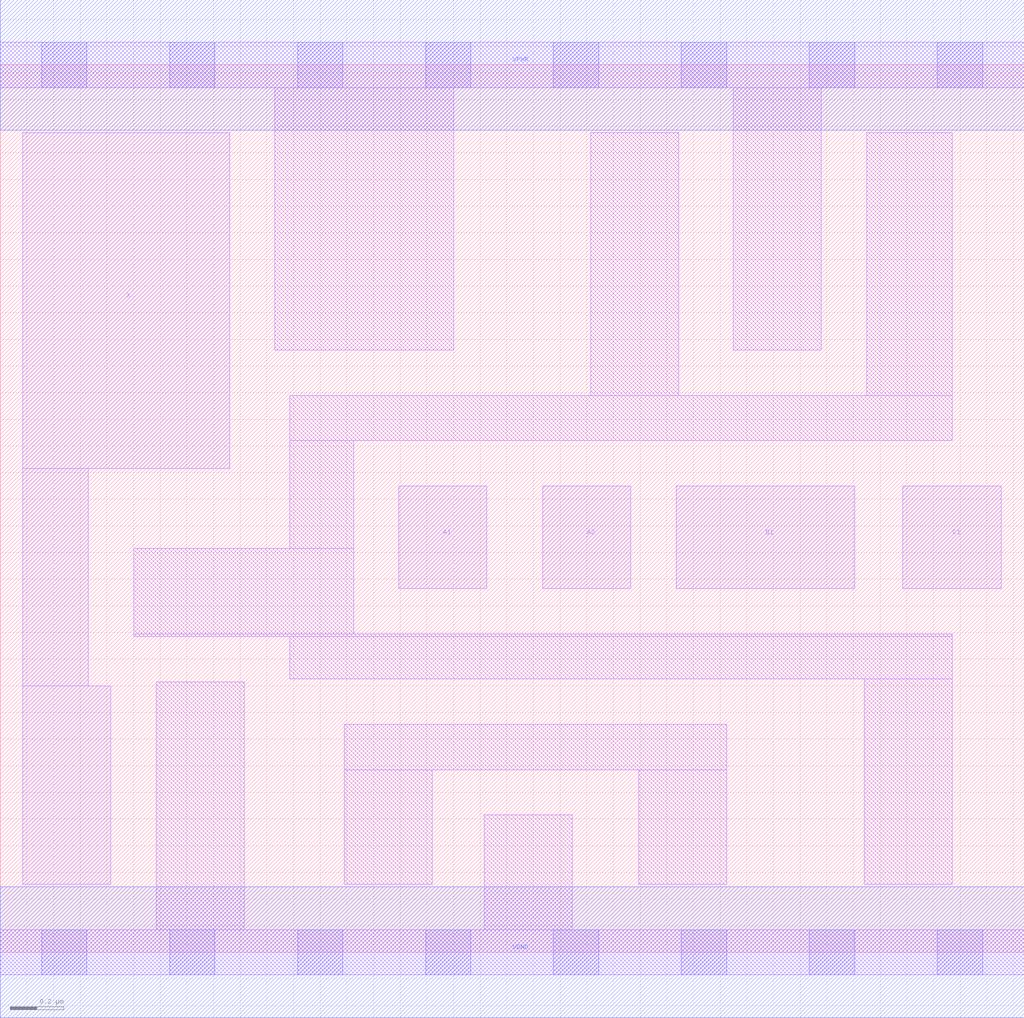
<source format=lef>
# Copyright 2020 The SkyWater PDK Authors
#
# Licensed under the Apache License, Version 2.0 (the "License");
# you may not use this file except in compliance with the License.
# You may obtain a copy of the License at
#
#     https://www.apache.org/licenses/LICENSE-2.0
#
# Unless required by applicable law or agreed to in writing, software
# distributed under the License is distributed on an "AS IS" BASIS,
# WITHOUT WARRANTIES OR CONDITIONS OF ANY KIND, either express or implied.
# See the License for the specific language governing permissions and
# limitations under the License.
#
# SPDX-License-Identifier: Apache-2.0

VERSION 5.7 ;
  NOWIREEXTENSIONATPIN ON ;
  DIVIDERCHAR "/" ;
  BUSBITCHARS "[]" ;
UNITS
  DATABASE MICRONS 200 ;
END UNITS
MACRO sky130_fd_sc_lp__o211a_1
  CLASS CORE ;
  FOREIGN sky130_fd_sc_lp__o211a_1 ;
  ORIGIN  0.000000  0.000000 ;
  SIZE  3.840000 BY  3.330000 ;
  SYMMETRY X Y R90 ;
  SITE unit ;
  PIN A1
    ANTENNAGATEAREA  0.315000 ;
    DIRECTION INPUT ;
    USE SIGNAL ;
    PORT
      LAYER li1 ;
        RECT 1.495000 1.365000 1.825000 1.750000 ;
    END
  END A1
  PIN A2
    ANTENNAGATEAREA  0.315000 ;
    DIRECTION INPUT ;
    USE SIGNAL ;
    PORT
      LAYER li1 ;
        RECT 2.035000 1.365000 2.365000 1.750000 ;
    END
  END A2
  PIN B1
    ANTENNAGATEAREA  0.315000 ;
    DIRECTION INPUT ;
    USE SIGNAL ;
    PORT
      LAYER li1 ;
        RECT 2.535000 1.365000 3.205000 1.750000 ;
    END
  END B1
  PIN C1
    ANTENNAGATEAREA  0.315000 ;
    DIRECTION INPUT ;
    USE SIGNAL ;
    PORT
      LAYER li1 ;
        RECT 3.385000 1.365000 3.755000 1.750000 ;
    END
  END C1
  PIN X
    ANTENNADIFFAREA  0.556500 ;
    DIRECTION OUTPUT ;
    USE SIGNAL ;
    PORT
      LAYER li1 ;
        RECT 0.085000 0.255000 0.415000 1.000000 ;
        RECT 0.085000 1.000000 0.330000 1.815000 ;
        RECT 0.085000 1.815000 0.860000 3.075000 ;
    END
  END X
  PIN VGND
    DIRECTION INOUT ;
    USE GROUND ;
    PORT
      LAYER met1 ;
        RECT 0.000000 -0.245000 3.840000 0.245000 ;
    END
  END VGND
  PIN VPWR
    DIRECTION INOUT ;
    USE POWER ;
    PORT
      LAYER met1 ;
        RECT 0.000000 3.085000 3.840000 3.575000 ;
    END
  END VPWR
  OBS
    LAYER li1 ;
      RECT 0.000000 -0.085000 3.840000 0.085000 ;
      RECT 0.000000  3.245000 3.840000 3.415000 ;
      RECT 0.500000  1.185000 3.570000 1.195000 ;
      RECT 0.500000  1.195000 1.325000 1.515000 ;
      RECT 0.585000  0.085000 0.915000 1.015000 ;
      RECT 1.030000  2.260000 1.700000 3.245000 ;
      RECT 1.085000  1.025000 3.570000 1.185000 ;
      RECT 1.085000  1.515000 1.325000 1.920000 ;
      RECT 1.085000  1.920000 3.570000 2.090000 ;
      RECT 1.290000  0.255000 1.620000 0.685000 ;
      RECT 1.290000  0.685000 2.725000 0.855000 ;
      RECT 1.815000  0.085000 2.145000 0.515000 ;
      RECT 2.215000  2.090000 2.545000 3.075000 ;
      RECT 2.395000  0.255000 2.725000 0.685000 ;
      RECT 2.750000  2.260000 3.080000 3.245000 ;
      RECT 3.240000  0.255000 3.570000 1.025000 ;
      RECT 3.250000  2.090000 3.570000 3.075000 ;
    LAYER mcon ;
      RECT 0.155000 -0.085000 0.325000 0.085000 ;
      RECT 0.155000  3.245000 0.325000 3.415000 ;
      RECT 0.635000 -0.085000 0.805000 0.085000 ;
      RECT 0.635000  3.245000 0.805000 3.415000 ;
      RECT 1.115000 -0.085000 1.285000 0.085000 ;
      RECT 1.115000  3.245000 1.285000 3.415000 ;
      RECT 1.595000 -0.085000 1.765000 0.085000 ;
      RECT 1.595000  3.245000 1.765000 3.415000 ;
      RECT 2.075000 -0.085000 2.245000 0.085000 ;
      RECT 2.075000  3.245000 2.245000 3.415000 ;
      RECT 2.555000 -0.085000 2.725000 0.085000 ;
      RECT 2.555000  3.245000 2.725000 3.415000 ;
      RECT 3.035000 -0.085000 3.205000 0.085000 ;
      RECT 3.035000  3.245000 3.205000 3.415000 ;
      RECT 3.515000 -0.085000 3.685000 0.085000 ;
      RECT 3.515000  3.245000 3.685000 3.415000 ;
  END
END sky130_fd_sc_lp__o211a_1
END LIBRARY

</source>
